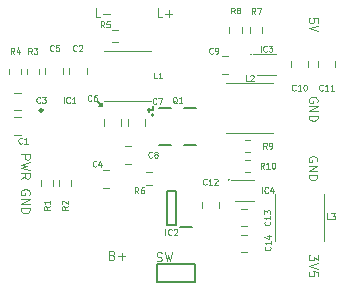
<source format=gbr>
%TF.GenerationSoftware,KiCad,Pcbnew,7.0.5*%
%TF.CreationDate,2023-08-01T01:52:26-05:00*%
%TF.ProjectId,psxpress-pms,70737870-7265-4737-932d-706d732e6b69,rev?*%
%TF.SameCoordinates,Original*%
%TF.FileFunction,Legend,Top*%
%TF.FilePolarity,Positive*%
%FSLAX46Y46*%
G04 Gerber Fmt 4.6, Leading zero omitted, Abs format (unit mm)*
G04 Created by KiCad (PCBNEW 7.0.5) date 2023-08-01 01:52:26*
%MOMM*%
%LPD*%
G01*
G04 APERTURE LIST*
%ADD10C,0.150000*%
%ADD11C,0.125000*%
%ADD12C,0.120000*%
%ADD13C,0.250000*%
%ADD14C,0.127000*%
%ADD15C,0.200000*%
G04 APERTURE END LIST*
D10*
X170825000Y-65825000D02*
X170825000Y-65475000D01*
X170400000Y-65825000D02*
X170825000Y-65825000D01*
X170400000Y-65825000D02*
X170550000Y-65975000D01*
X170400000Y-65825000D02*
X170550000Y-65675000D01*
X166500000Y-65475000D02*
X166500000Y-65225000D01*
X166500000Y-65475000D02*
X166200000Y-65175000D01*
X166500000Y-65475000D02*
X166250000Y-65475000D01*
X171150000Y-78825000D02*
X174425000Y-78825000D01*
X174425000Y-80400000D01*
X171150000Y-80400000D01*
X171150000Y-78825000D01*
X177272154Y-71708748D02*
G75*
G03*
X177272154Y-71708748I-55902J0D01*
G01*
X179147154Y-61082847D02*
G75*
G03*
X179147154Y-61082847I-55902J0D01*
G01*
D11*
X171150093Y-78591000D02*
X171257236Y-78626714D01*
X171257236Y-78626714D02*
X171435807Y-78626714D01*
X171435807Y-78626714D02*
X171507236Y-78591000D01*
X171507236Y-78591000D02*
X171542950Y-78555285D01*
X171542950Y-78555285D02*
X171578664Y-78483857D01*
X171578664Y-78483857D02*
X171578664Y-78412428D01*
X171578664Y-78412428D02*
X171542950Y-78341000D01*
X171542950Y-78341000D02*
X171507236Y-78305285D01*
X171507236Y-78305285D02*
X171435807Y-78269571D01*
X171435807Y-78269571D02*
X171292950Y-78233857D01*
X171292950Y-78233857D02*
X171221521Y-78198142D01*
X171221521Y-78198142D02*
X171185807Y-78162428D01*
X171185807Y-78162428D02*
X171150093Y-78091000D01*
X171150093Y-78091000D02*
X171150093Y-78019571D01*
X171150093Y-78019571D02*
X171185807Y-77948142D01*
X171185807Y-77948142D02*
X171221521Y-77912428D01*
X171221521Y-77912428D02*
X171292950Y-77876714D01*
X171292950Y-77876714D02*
X171471521Y-77876714D01*
X171471521Y-77876714D02*
X171578664Y-77912428D01*
X171828664Y-77876714D02*
X172007236Y-78626714D01*
X172007236Y-78626714D02*
X172150093Y-78091000D01*
X172150093Y-78091000D02*
X172292950Y-78626714D01*
X172292950Y-78626714D02*
X172471522Y-77876714D01*
X171642950Y-57951714D02*
X171285807Y-57951714D01*
X171285807Y-57951714D02*
X171285807Y-57201714D01*
X171892950Y-57666000D02*
X172464379Y-57666000D01*
X172178664Y-57951714D02*
X172178664Y-57380285D01*
X159648285Y-69585807D02*
X160398285Y-69585807D01*
X160398285Y-69585807D02*
X160398285Y-69871521D01*
X160398285Y-69871521D02*
X160362571Y-69942950D01*
X160362571Y-69942950D02*
X160326857Y-69978664D01*
X160326857Y-69978664D02*
X160255428Y-70014378D01*
X160255428Y-70014378D02*
X160148285Y-70014378D01*
X160148285Y-70014378D02*
X160076857Y-69978664D01*
X160076857Y-69978664D02*
X160041142Y-69942950D01*
X160041142Y-69942950D02*
X160005428Y-69871521D01*
X160005428Y-69871521D02*
X160005428Y-69585807D01*
X160398285Y-70264378D02*
X159648285Y-70442950D01*
X159648285Y-70442950D02*
X160184000Y-70585807D01*
X160184000Y-70585807D02*
X159648285Y-70728664D01*
X159648285Y-70728664D02*
X160398285Y-70907236D01*
X159648285Y-71621521D02*
X160005428Y-71371521D01*
X159648285Y-71192950D02*
X160398285Y-71192950D01*
X160398285Y-71192950D02*
X160398285Y-71478664D01*
X160398285Y-71478664D02*
X160362571Y-71550093D01*
X160362571Y-71550093D02*
X160326857Y-71585807D01*
X160326857Y-71585807D02*
X160255428Y-71621521D01*
X160255428Y-71621521D02*
X160148285Y-71621521D01*
X160148285Y-71621521D02*
X160076857Y-71585807D01*
X160076857Y-71585807D02*
X160041142Y-71550093D01*
X160041142Y-71550093D02*
X160005428Y-71478664D01*
X160005428Y-71478664D02*
X160005428Y-71192950D01*
X184789537Y-58417950D02*
X184789537Y-58060807D01*
X184789537Y-58060807D02*
X184432394Y-58025093D01*
X184432394Y-58025093D02*
X184468109Y-58060807D01*
X184468109Y-58060807D02*
X184503823Y-58132236D01*
X184503823Y-58132236D02*
X184503823Y-58310807D01*
X184503823Y-58310807D02*
X184468109Y-58382236D01*
X184468109Y-58382236D02*
X184432394Y-58417950D01*
X184432394Y-58417950D02*
X184360966Y-58453664D01*
X184360966Y-58453664D02*
X184182394Y-58453664D01*
X184182394Y-58453664D02*
X184110966Y-58417950D01*
X184110966Y-58417950D02*
X184075252Y-58382236D01*
X184075252Y-58382236D02*
X184039537Y-58310807D01*
X184039537Y-58310807D02*
X184039537Y-58132236D01*
X184039537Y-58132236D02*
X184075252Y-58060807D01*
X184075252Y-58060807D02*
X184110966Y-58025093D01*
X184789537Y-58667950D02*
X184039537Y-58917950D01*
X184039537Y-58917950D02*
X184789537Y-59167950D01*
X166367950Y-57951714D02*
X166010807Y-57951714D01*
X166010807Y-57951714D02*
X166010807Y-57201714D01*
X166617950Y-57666000D02*
X167189379Y-57666000D01*
X184728823Y-70177412D02*
X184764537Y-70105984D01*
X184764537Y-70105984D02*
X184764537Y-69998841D01*
X184764537Y-69998841D02*
X184728823Y-69891698D01*
X184728823Y-69891698D02*
X184657394Y-69820269D01*
X184657394Y-69820269D02*
X184585966Y-69784555D01*
X184585966Y-69784555D02*
X184443109Y-69748841D01*
X184443109Y-69748841D02*
X184335966Y-69748841D01*
X184335966Y-69748841D02*
X184193109Y-69784555D01*
X184193109Y-69784555D02*
X184121680Y-69820269D01*
X184121680Y-69820269D02*
X184050252Y-69891698D01*
X184050252Y-69891698D02*
X184014537Y-69998841D01*
X184014537Y-69998841D02*
X184014537Y-70070269D01*
X184014537Y-70070269D02*
X184050252Y-70177412D01*
X184050252Y-70177412D02*
X184085966Y-70213126D01*
X184085966Y-70213126D02*
X184335966Y-70213126D01*
X184335966Y-70213126D02*
X184335966Y-70070269D01*
X184014537Y-70534555D02*
X184764537Y-70534555D01*
X184764537Y-70534555D02*
X184014537Y-70963126D01*
X184014537Y-70963126D02*
X184764537Y-70963126D01*
X184014537Y-71320269D02*
X184764537Y-71320269D01*
X184764537Y-71320269D02*
X184764537Y-71498840D01*
X184764537Y-71498840D02*
X184728823Y-71605983D01*
X184728823Y-71605983D02*
X184657394Y-71677412D01*
X184657394Y-71677412D02*
X184585966Y-71713126D01*
X184585966Y-71713126D02*
X184443109Y-71748840D01*
X184443109Y-71748840D02*
X184335966Y-71748840D01*
X184335966Y-71748840D02*
X184193109Y-71713126D01*
X184193109Y-71713126D02*
X184121680Y-71677412D01*
X184121680Y-71677412D02*
X184050252Y-71605983D01*
X184050252Y-71605983D02*
X184014537Y-71498840D01*
X184014537Y-71498840D02*
X184014537Y-71320269D01*
X160387571Y-72978664D02*
X160423285Y-72907236D01*
X160423285Y-72907236D02*
X160423285Y-72800093D01*
X160423285Y-72800093D02*
X160387571Y-72692950D01*
X160387571Y-72692950D02*
X160316142Y-72621521D01*
X160316142Y-72621521D02*
X160244714Y-72585807D01*
X160244714Y-72585807D02*
X160101857Y-72550093D01*
X160101857Y-72550093D02*
X159994714Y-72550093D01*
X159994714Y-72550093D02*
X159851857Y-72585807D01*
X159851857Y-72585807D02*
X159780428Y-72621521D01*
X159780428Y-72621521D02*
X159709000Y-72692950D01*
X159709000Y-72692950D02*
X159673285Y-72800093D01*
X159673285Y-72800093D02*
X159673285Y-72871521D01*
X159673285Y-72871521D02*
X159709000Y-72978664D01*
X159709000Y-72978664D02*
X159744714Y-73014378D01*
X159744714Y-73014378D02*
X159994714Y-73014378D01*
X159994714Y-73014378D02*
X159994714Y-72871521D01*
X159673285Y-73335807D02*
X160423285Y-73335807D01*
X160423285Y-73335807D02*
X159673285Y-73764378D01*
X159673285Y-73764378D02*
X160423285Y-73764378D01*
X159673285Y-74121521D02*
X160423285Y-74121521D01*
X160423285Y-74121521D02*
X160423285Y-74300092D01*
X160423285Y-74300092D02*
X160387571Y-74407235D01*
X160387571Y-74407235D02*
X160316142Y-74478664D01*
X160316142Y-74478664D02*
X160244714Y-74514378D01*
X160244714Y-74514378D02*
X160101857Y-74550092D01*
X160101857Y-74550092D02*
X159994714Y-74550092D01*
X159994714Y-74550092D02*
X159851857Y-74514378D01*
X159851857Y-74514378D02*
X159780428Y-74478664D01*
X159780428Y-74478664D02*
X159709000Y-74407235D01*
X159709000Y-74407235D02*
X159673285Y-74300092D01*
X159673285Y-74300092D02*
X159673285Y-74121521D01*
X184789537Y-78089378D02*
X184789537Y-78553664D01*
X184789537Y-78553664D02*
X184503823Y-78303664D01*
X184503823Y-78303664D02*
X184503823Y-78410807D01*
X184503823Y-78410807D02*
X184468109Y-78482236D01*
X184468109Y-78482236D02*
X184432394Y-78517950D01*
X184432394Y-78517950D02*
X184360966Y-78553664D01*
X184360966Y-78553664D02*
X184182394Y-78553664D01*
X184182394Y-78553664D02*
X184110966Y-78517950D01*
X184110966Y-78517950D02*
X184075252Y-78482236D01*
X184075252Y-78482236D02*
X184039537Y-78410807D01*
X184039537Y-78410807D02*
X184039537Y-78196521D01*
X184039537Y-78196521D02*
X184075252Y-78125093D01*
X184075252Y-78125093D02*
X184110966Y-78089378D01*
X184789537Y-78767950D02*
X184039537Y-79017950D01*
X184039537Y-79017950D02*
X184789537Y-79267950D01*
X184789537Y-79875093D02*
X184789537Y-79517950D01*
X184789537Y-79517950D02*
X184432394Y-79482236D01*
X184432394Y-79482236D02*
X184468109Y-79517950D01*
X184468109Y-79517950D02*
X184503823Y-79589379D01*
X184503823Y-79589379D02*
X184503823Y-79767950D01*
X184503823Y-79767950D02*
X184468109Y-79839379D01*
X184468109Y-79839379D02*
X184432394Y-79875093D01*
X184432394Y-79875093D02*
X184360966Y-79910807D01*
X184360966Y-79910807D02*
X184182394Y-79910807D01*
X184182394Y-79910807D02*
X184110966Y-79875093D01*
X184110966Y-79875093D02*
X184075252Y-79839379D01*
X184075252Y-79839379D02*
X184039537Y-79767950D01*
X184039537Y-79767950D02*
X184039537Y-79589379D01*
X184039537Y-79589379D02*
X184075252Y-79517950D01*
X184075252Y-79517950D02*
X184110966Y-79482236D01*
X184753823Y-65152412D02*
X184789537Y-65080984D01*
X184789537Y-65080984D02*
X184789537Y-64973841D01*
X184789537Y-64973841D02*
X184753823Y-64866698D01*
X184753823Y-64866698D02*
X184682394Y-64795269D01*
X184682394Y-64795269D02*
X184610966Y-64759555D01*
X184610966Y-64759555D02*
X184468109Y-64723841D01*
X184468109Y-64723841D02*
X184360966Y-64723841D01*
X184360966Y-64723841D02*
X184218109Y-64759555D01*
X184218109Y-64759555D02*
X184146680Y-64795269D01*
X184146680Y-64795269D02*
X184075252Y-64866698D01*
X184075252Y-64866698D02*
X184039537Y-64973841D01*
X184039537Y-64973841D02*
X184039537Y-65045269D01*
X184039537Y-65045269D02*
X184075252Y-65152412D01*
X184075252Y-65152412D02*
X184110966Y-65188126D01*
X184110966Y-65188126D02*
X184360966Y-65188126D01*
X184360966Y-65188126D02*
X184360966Y-65045269D01*
X184039537Y-65509555D02*
X184789537Y-65509555D01*
X184789537Y-65509555D02*
X184039537Y-65938126D01*
X184039537Y-65938126D02*
X184789537Y-65938126D01*
X184039537Y-66295269D02*
X184789537Y-66295269D01*
X184789537Y-66295269D02*
X184789537Y-66473840D01*
X184789537Y-66473840D02*
X184753823Y-66580983D01*
X184753823Y-66580983D02*
X184682394Y-66652412D01*
X184682394Y-66652412D02*
X184610966Y-66688126D01*
X184610966Y-66688126D02*
X184468109Y-66723840D01*
X184468109Y-66723840D02*
X184360966Y-66723840D01*
X184360966Y-66723840D02*
X184218109Y-66688126D01*
X184218109Y-66688126D02*
X184146680Y-66652412D01*
X184146680Y-66652412D02*
X184075252Y-66580983D01*
X184075252Y-66580983D02*
X184039537Y-66473840D01*
X184039537Y-66473840D02*
X184039537Y-66295269D01*
X167406598Y-78108857D02*
X167513741Y-78144571D01*
X167513741Y-78144571D02*
X167549455Y-78180285D01*
X167549455Y-78180285D02*
X167585169Y-78251714D01*
X167585169Y-78251714D02*
X167585169Y-78358857D01*
X167585169Y-78358857D02*
X167549455Y-78430285D01*
X167549455Y-78430285D02*
X167513741Y-78466000D01*
X167513741Y-78466000D02*
X167442312Y-78501714D01*
X167442312Y-78501714D02*
X167156598Y-78501714D01*
X167156598Y-78501714D02*
X167156598Y-77751714D01*
X167156598Y-77751714D02*
X167406598Y-77751714D01*
X167406598Y-77751714D02*
X167478027Y-77787428D01*
X167478027Y-77787428D02*
X167513741Y-77823142D01*
X167513741Y-77823142D02*
X167549455Y-77894571D01*
X167549455Y-77894571D02*
X167549455Y-77966000D01*
X167549455Y-77966000D02*
X167513741Y-78037428D01*
X167513741Y-78037428D02*
X167478027Y-78073142D01*
X167478027Y-78073142D02*
X167406598Y-78108857D01*
X167406598Y-78108857D02*
X167156598Y-78108857D01*
X167906598Y-78216000D02*
X168478027Y-78216000D01*
X168192312Y-78501714D02*
X168192312Y-77930285D01*
%TO.C,R2*%
X163624809Y-73983333D02*
X163386714Y-74149999D01*
X163624809Y-74269047D02*
X163124809Y-74269047D01*
X163124809Y-74269047D02*
X163124809Y-74078571D01*
X163124809Y-74078571D02*
X163148619Y-74030952D01*
X163148619Y-74030952D02*
X163172428Y-74007142D01*
X163172428Y-74007142D02*
X163220047Y-73983333D01*
X163220047Y-73983333D02*
X163291476Y-73983333D01*
X163291476Y-73983333D02*
X163339095Y-74007142D01*
X163339095Y-74007142D02*
X163362904Y-74030952D01*
X163362904Y-74030952D02*
X163386714Y-74078571D01*
X163386714Y-74078571D02*
X163386714Y-74269047D01*
X163172428Y-73792856D02*
X163148619Y-73769047D01*
X163148619Y-73769047D02*
X163124809Y-73721428D01*
X163124809Y-73721428D02*
X163124809Y-73602380D01*
X163124809Y-73602380D02*
X163148619Y-73554761D01*
X163148619Y-73554761D02*
X163172428Y-73530952D01*
X163172428Y-73530952D02*
X163220047Y-73507142D01*
X163220047Y-73507142D02*
X163267666Y-73507142D01*
X163267666Y-73507142D02*
X163339095Y-73530952D01*
X163339095Y-73530952D02*
X163624809Y-73816666D01*
X163624809Y-73816666D02*
X163624809Y-73507142D01*
%TO.C,C11*%
X185219823Y-64122842D02*
X185196014Y-64146652D01*
X185196014Y-64146652D02*
X185124585Y-64170461D01*
X185124585Y-64170461D02*
X185076966Y-64170461D01*
X185076966Y-64170461D02*
X185005538Y-64146652D01*
X185005538Y-64146652D02*
X184957919Y-64099032D01*
X184957919Y-64099032D02*
X184934109Y-64051413D01*
X184934109Y-64051413D02*
X184910300Y-63956175D01*
X184910300Y-63956175D02*
X184910300Y-63884747D01*
X184910300Y-63884747D02*
X184934109Y-63789509D01*
X184934109Y-63789509D02*
X184957919Y-63741890D01*
X184957919Y-63741890D02*
X185005538Y-63694271D01*
X185005538Y-63694271D02*
X185076966Y-63670461D01*
X185076966Y-63670461D02*
X185124585Y-63670461D01*
X185124585Y-63670461D02*
X185196014Y-63694271D01*
X185196014Y-63694271D02*
X185219823Y-63718080D01*
X185696014Y-64170461D02*
X185410300Y-64170461D01*
X185553157Y-64170461D02*
X185553157Y-63670461D01*
X185553157Y-63670461D02*
X185505538Y-63741890D01*
X185505538Y-63741890D02*
X185457919Y-63789509D01*
X185457919Y-63789509D02*
X185410300Y-63813318D01*
X186172204Y-64170461D02*
X185886490Y-64170461D01*
X186029347Y-64170461D02*
X186029347Y-63670461D01*
X186029347Y-63670461D02*
X185981728Y-63741890D01*
X185981728Y-63741890D02*
X185934109Y-63789509D01*
X185934109Y-63789509D02*
X185886490Y-63813318D01*
%TO.C,IC1*%
X163283157Y-65224809D02*
X163283157Y-64724809D01*
X163806966Y-65177190D02*
X163783157Y-65201000D01*
X163783157Y-65201000D02*
X163711728Y-65224809D01*
X163711728Y-65224809D02*
X163664109Y-65224809D01*
X163664109Y-65224809D02*
X163592681Y-65201000D01*
X163592681Y-65201000D02*
X163545062Y-65153380D01*
X163545062Y-65153380D02*
X163521252Y-65105761D01*
X163521252Y-65105761D02*
X163497443Y-65010523D01*
X163497443Y-65010523D02*
X163497443Y-64939095D01*
X163497443Y-64939095D02*
X163521252Y-64843857D01*
X163521252Y-64843857D02*
X163545062Y-64796238D01*
X163545062Y-64796238D02*
X163592681Y-64748619D01*
X163592681Y-64748619D02*
X163664109Y-64724809D01*
X163664109Y-64724809D02*
X163711728Y-64724809D01*
X163711728Y-64724809D02*
X163783157Y-64748619D01*
X163783157Y-64748619D02*
X163806966Y-64772428D01*
X164283157Y-65224809D02*
X163997443Y-65224809D01*
X164140300Y-65224809D02*
X164140300Y-64724809D01*
X164140300Y-64724809D02*
X164092681Y-64796238D01*
X164092681Y-64796238D02*
X164045062Y-64843857D01*
X164045062Y-64843857D02*
X163997443Y-64867666D01*
%TO.C,C1*%
X159766666Y-68627190D02*
X159742857Y-68651000D01*
X159742857Y-68651000D02*
X159671428Y-68674809D01*
X159671428Y-68674809D02*
X159623809Y-68674809D01*
X159623809Y-68674809D02*
X159552381Y-68651000D01*
X159552381Y-68651000D02*
X159504762Y-68603380D01*
X159504762Y-68603380D02*
X159480952Y-68555761D01*
X159480952Y-68555761D02*
X159457143Y-68460523D01*
X159457143Y-68460523D02*
X159457143Y-68389095D01*
X159457143Y-68389095D02*
X159480952Y-68293857D01*
X159480952Y-68293857D02*
X159504762Y-68246238D01*
X159504762Y-68246238D02*
X159552381Y-68198619D01*
X159552381Y-68198619D02*
X159623809Y-68174809D01*
X159623809Y-68174809D02*
X159671428Y-68174809D01*
X159671428Y-68174809D02*
X159742857Y-68198619D01*
X159742857Y-68198619D02*
X159766666Y-68222428D01*
X160242857Y-68674809D02*
X159957143Y-68674809D01*
X160100000Y-68674809D02*
X160100000Y-68174809D01*
X160100000Y-68174809D02*
X160052381Y-68246238D01*
X160052381Y-68246238D02*
X160004762Y-68293857D01*
X160004762Y-68293857D02*
X159957143Y-68317666D01*
%TO.C,R4*%
X159116666Y-61049809D02*
X158950000Y-60811714D01*
X158830952Y-61049809D02*
X158830952Y-60549809D01*
X158830952Y-60549809D02*
X159021428Y-60549809D01*
X159021428Y-60549809D02*
X159069047Y-60573619D01*
X159069047Y-60573619D02*
X159092857Y-60597428D01*
X159092857Y-60597428D02*
X159116666Y-60645047D01*
X159116666Y-60645047D02*
X159116666Y-60716476D01*
X159116666Y-60716476D02*
X159092857Y-60764095D01*
X159092857Y-60764095D02*
X159069047Y-60787904D01*
X159069047Y-60787904D02*
X159021428Y-60811714D01*
X159021428Y-60811714D02*
X158830952Y-60811714D01*
X159545238Y-60716476D02*
X159545238Y-61049809D01*
X159426190Y-60526000D02*
X159307143Y-60883142D01*
X159307143Y-60883142D02*
X159616666Y-60883142D01*
%TO.C,Q1*%
X172877380Y-65238680D02*
X172829761Y-65214871D01*
X172829761Y-65214871D02*
X172782142Y-65167252D01*
X172782142Y-65167252D02*
X172710714Y-65095823D01*
X172710714Y-65095823D02*
X172663095Y-65072013D01*
X172663095Y-65072013D02*
X172615476Y-65072013D01*
X172639285Y-65191061D02*
X172591666Y-65167252D01*
X172591666Y-65167252D02*
X172544047Y-65119632D01*
X172544047Y-65119632D02*
X172520238Y-65024394D01*
X172520238Y-65024394D02*
X172520238Y-64857728D01*
X172520238Y-64857728D02*
X172544047Y-64762490D01*
X172544047Y-64762490D02*
X172591666Y-64714871D01*
X172591666Y-64714871D02*
X172639285Y-64691061D01*
X172639285Y-64691061D02*
X172734523Y-64691061D01*
X172734523Y-64691061D02*
X172782142Y-64714871D01*
X172782142Y-64714871D02*
X172829761Y-64762490D01*
X172829761Y-64762490D02*
X172853571Y-64857728D01*
X172853571Y-64857728D02*
X172853571Y-65024394D01*
X172853571Y-65024394D02*
X172829761Y-65119632D01*
X172829761Y-65119632D02*
X172782142Y-65167252D01*
X172782142Y-65167252D02*
X172734523Y-65191061D01*
X172734523Y-65191061D02*
X172639285Y-65191061D01*
X173329762Y-65191061D02*
X173044048Y-65191061D01*
X173186905Y-65191061D02*
X173186905Y-64691061D01*
X173186905Y-64691061D02*
X173139286Y-64762490D01*
X173139286Y-64762490D02*
X173091667Y-64810109D01*
X173091667Y-64810109D02*
X173044048Y-64833918D01*
%TO.C,R3*%
X160591666Y-61074809D02*
X160425000Y-60836714D01*
X160305952Y-61074809D02*
X160305952Y-60574809D01*
X160305952Y-60574809D02*
X160496428Y-60574809D01*
X160496428Y-60574809D02*
X160544047Y-60598619D01*
X160544047Y-60598619D02*
X160567857Y-60622428D01*
X160567857Y-60622428D02*
X160591666Y-60670047D01*
X160591666Y-60670047D02*
X160591666Y-60741476D01*
X160591666Y-60741476D02*
X160567857Y-60789095D01*
X160567857Y-60789095D02*
X160544047Y-60812904D01*
X160544047Y-60812904D02*
X160496428Y-60836714D01*
X160496428Y-60836714D02*
X160305952Y-60836714D01*
X160758333Y-60574809D02*
X161067857Y-60574809D01*
X161067857Y-60574809D02*
X160901190Y-60765285D01*
X160901190Y-60765285D02*
X160972619Y-60765285D01*
X160972619Y-60765285D02*
X161020238Y-60789095D01*
X161020238Y-60789095D02*
X161044047Y-60812904D01*
X161044047Y-60812904D02*
X161067857Y-60860523D01*
X161067857Y-60860523D02*
X161067857Y-60979571D01*
X161067857Y-60979571D02*
X161044047Y-61027190D01*
X161044047Y-61027190D02*
X161020238Y-61051000D01*
X161020238Y-61051000D02*
X160972619Y-61074809D01*
X160972619Y-61074809D02*
X160829762Y-61074809D01*
X160829762Y-61074809D02*
X160782143Y-61051000D01*
X160782143Y-61051000D02*
X160758333Y-61027190D01*
%TO.C,C13*%
X180727190Y-75271428D02*
X180751000Y-75295237D01*
X180751000Y-75295237D02*
X180774809Y-75366666D01*
X180774809Y-75366666D02*
X180774809Y-75414285D01*
X180774809Y-75414285D02*
X180751000Y-75485713D01*
X180751000Y-75485713D02*
X180703380Y-75533332D01*
X180703380Y-75533332D02*
X180655761Y-75557142D01*
X180655761Y-75557142D02*
X180560523Y-75580951D01*
X180560523Y-75580951D02*
X180489095Y-75580951D01*
X180489095Y-75580951D02*
X180393857Y-75557142D01*
X180393857Y-75557142D02*
X180346238Y-75533332D01*
X180346238Y-75533332D02*
X180298619Y-75485713D01*
X180298619Y-75485713D02*
X180274809Y-75414285D01*
X180274809Y-75414285D02*
X180274809Y-75366666D01*
X180274809Y-75366666D02*
X180298619Y-75295237D01*
X180298619Y-75295237D02*
X180322428Y-75271428D01*
X180774809Y-74795237D02*
X180774809Y-75080951D01*
X180774809Y-74938094D02*
X180274809Y-74938094D01*
X180274809Y-74938094D02*
X180346238Y-74985713D01*
X180346238Y-74985713D02*
X180393857Y-75033332D01*
X180393857Y-75033332D02*
X180417666Y-75080951D01*
X180274809Y-74628571D02*
X180274809Y-74319047D01*
X180274809Y-74319047D02*
X180465285Y-74485714D01*
X180465285Y-74485714D02*
X180465285Y-74414285D01*
X180465285Y-74414285D02*
X180489095Y-74366666D01*
X180489095Y-74366666D02*
X180512904Y-74342857D01*
X180512904Y-74342857D02*
X180560523Y-74319047D01*
X180560523Y-74319047D02*
X180679571Y-74319047D01*
X180679571Y-74319047D02*
X180727190Y-74342857D01*
X180727190Y-74342857D02*
X180751000Y-74366666D01*
X180751000Y-74366666D02*
X180774809Y-74414285D01*
X180774809Y-74414285D02*
X180774809Y-74557142D01*
X180774809Y-74557142D02*
X180751000Y-74604761D01*
X180751000Y-74604761D02*
X180727190Y-74628571D01*
%TO.C,R10*%
X180244823Y-70773557D02*
X180078157Y-70535462D01*
X179959109Y-70773557D02*
X179959109Y-70273557D01*
X179959109Y-70273557D02*
X180149585Y-70273557D01*
X180149585Y-70273557D02*
X180197204Y-70297367D01*
X180197204Y-70297367D02*
X180221014Y-70321176D01*
X180221014Y-70321176D02*
X180244823Y-70368795D01*
X180244823Y-70368795D02*
X180244823Y-70440224D01*
X180244823Y-70440224D02*
X180221014Y-70487843D01*
X180221014Y-70487843D02*
X180197204Y-70511652D01*
X180197204Y-70511652D02*
X180149585Y-70535462D01*
X180149585Y-70535462D02*
X179959109Y-70535462D01*
X180721014Y-70773557D02*
X180435300Y-70773557D01*
X180578157Y-70773557D02*
X180578157Y-70273557D01*
X180578157Y-70273557D02*
X180530538Y-70344986D01*
X180530538Y-70344986D02*
X180482919Y-70392605D01*
X180482919Y-70392605D02*
X180435300Y-70416414D01*
X181030537Y-70273557D02*
X181078156Y-70273557D01*
X181078156Y-70273557D02*
X181125775Y-70297367D01*
X181125775Y-70297367D02*
X181149585Y-70321176D01*
X181149585Y-70321176D02*
X181173394Y-70368795D01*
X181173394Y-70368795D02*
X181197204Y-70464033D01*
X181197204Y-70464033D02*
X181197204Y-70583081D01*
X181197204Y-70583081D02*
X181173394Y-70678319D01*
X181173394Y-70678319D02*
X181149585Y-70725938D01*
X181149585Y-70725938D02*
X181125775Y-70749748D01*
X181125775Y-70749748D02*
X181078156Y-70773557D01*
X181078156Y-70773557D02*
X181030537Y-70773557D01*
X181030537Y-70773557D02*
X180982918Y-70749748D01*
X180982918Y-70749748D02*
X180959109Y-70725938D01*
X180959109Y-70725938D02*
X180935299Y-70678319D01*
X180935299Y-70678319D02*
X180911490Y-70583081D01*
X180911490Y-70583081D02*
X180911490Y-70464033D01*
X180911490Y-70464033D02*
X180935299Y-70368795D01*
X180935299Y-70368795D02*
X180959109Y-70321176D01*
X180959109Y-70321176D02*
X180982918Y-70297367D01*
X180982918Y-70297367D02*
X181030537Y-70273557D01*
%TO.C,L1*%
X171191666Y-63149809D02*
X170953571Y-63149809D01*
X170953571Y-63149809D02*
X170953571Y-62649809D01*
X171620238Y-63149809D02*
X171334524Y-63149809D01*
X171477381Y-63149809D02*
X171477381Y-62649809D01*
X171477381Y-62649809D02*
X171429762Y-62721238D01*
X171429762Y-62721238D02*
X171382143Y-62768857D01*
X171382143Y-62768857D02*
X171334524Y-62792666D01*
%TO.C,C4*%
X166041666Y-70577190D02*
X166017857Y-70601000D01*
X166017857Y-70601000D02*
X165946428Y-70624809D01*
X165946428Y-70624809D02*
X165898809Y-70624809D01*
X165898809Y-70624809D02*
X165827381Y-70601000D01*
X165827381Y-70601000D02*
X165779762Y-70553380D01*
X165779762Y-70553380D02*
X165755952Y-70505761D01*
X165755952Y-70505761D02*
X165732143Y-70410523D01*
X165732143Y-70410523D02*
X165732143Y-70339095D01*
X165732143Y-70339095D02*
X165755952Y-70243857D01*
X165755952Y-70243857D02*
X165779762Y-70196238D01*
X165779762Y-70196238D02*
X165827381Y-70148619D01*
X165827381Y-70148619D02*
X165898809Y-70124809D01*
X165898809Y-70124809D02*
X165946428Y-70124809D01*
X165946428Y-70124809D02*
X166017857Y-70148619D01*
X166017857Y-70148619D02*
X166041666Y-70172428D01*
X166470238Y-70291476D02*
X166470238Y-70624809D01*
X166351190Y-70101000D02*
X166232143Y-70458142D01*
X166232143Y-70458142D02*
X166541666Y-70458142D01*
%TO.C,C9*%
X175916666Y-61002190D02*
X175892857Y-61026000D01*
X175892857Y-61026000D02*
X175821428Y-61049809D01*
X175821428Y-61049809D02*
X175773809Y-61049809D01*
X175773809Y-61049809D02*
X175702381Y-61026000D01*
X175702381Y-61026000D02*
X175654762Y-60978380D01*
X175654762Y-60978380D02*
X175630952Y-60930761D01*
X175630952Y-60930761D02*
X175607143Y-60835523D01*
X175607143Y-60835523D02*
X175607143Y-60764095D01*
X175607143Y-60764095D02*
X175630952Y-60668857D01*
X175630952Y-60668857D02*
X175654762Y-60621238D01*
X175654762Y-60621238D02*
X175702381Y-60573619D01*
X175702381Y-60573619D02*
X175773809Y-60549809D01*
X175773809Y-60549809D02*
X175821428Y-60549809D01*
X175821428Y-60549809D02*
X175892857Y-60573619D01*
X175892857Y-60573619D02*
X175916666Y-60597428D01*
X176154762Y-61049809D02*
X176250000Y-61049809D01*
X176250000Y-61049809D02*
X176297619Y-61026000D01*
X176297619Y-61026000D02*
X176321428Y-61002190D01*
X176321428Y-61002190D02*
X176369047Y-60930761D01*
X176369047Y-60930761D02*
X176392857Y-60835523D01*
X176392857Y-60835523D02*
X176392857Y-60645047D01*
X176392857Y-60645047D02*
X176369047Y-60597428D01*
X176369047Y-60597428D02*
X176345238Y-60573619D01*
X176345238Y-60573619D02*
X176297619Y-60549809D01*
X176297619Y-60549809D02*
X176202381Y-60549809D01*
X176202381Y-60549809D02*
X176154762Y-60573619D01*
X176154762Y-60573619D02*
X176130952Y-60597428D01*
X176130952Y-60597428D02*
X176107143Y-60645047D01*
X176107143Y-60645047D02*
X176107143Y-60764095D01*
X176107143Y-60764095D02*
X176130952Y-60811714D01*
X176130952Y-60811714D02*
X176154762Y-60835523D01*
X176154762Y-60835523D02*
X176202381Y-60859333D01*
X176202381Y-60859333D02*
X176297619Y-60859333D01*
X176297619Y-60859333D02*
X176345238Y-60835523D01*
X176345238Y-60835523D02*
X176369047Y-60811714D01*
X176369047Y-60811714D02*
X176392857Y-60764095D01*
%TO.C,R5*%
X166716666Y-58824809D02*
X166550000Y-58586714D01*
X166430952Y-58824809D02*
X166430952Y-58324809D01*
X166430952Y-58324809D02*
X166621428Y-58324809D01*
X166621428Y-58324809D02*
X166669047Y-58348619D01*
X166669047Y-58348619D02*
X166692857Y-58372428D01*
X166692857Y-58372428D02*
X166716666Y-58420047D01*
X166716666Y-58420047D02*
X166716666Y-58491476D01*
X166716666Y-58491476D02*
X166692857Y-58539095D01*
X166692857Y-58539095D02*
X166669047Y-58562904D01*
X166669047Y-58562904D02*
X166621428Y-58586714D01*
X166621428Y-58586714D02*
X166430952Y-58586714D01*
X167169047Y-58324809D02*
X166930952Y-58324809D01*
X166930952Y-58324809D02*
X166907143Y-58562904D01*
X166907143Y-58562904D02*
X166930952Y-58539095D01*
X166930952Y-58539095D02*
X166978571Y-58515285D01*
X166978571Y-58515285D02*
X167097619Y-58515285D01*
X167097619Y-58515285D02*
X167145238Y-58539095D01*
X167145238Y-58539095D02*
X167169047Y-58562904D01*
X167169047Y-58562904D02*
X167192857Y-58610523D01*
X167192857Y-58610523D02*
X167192857Y-58729571D01*
X167192857Y-58729571D02*
X167169047Y-58777190D01*
X167169047Y-58777190D02*
X167145238Y-58801000D01*
X167145238Y-58801000D02*
X167097619Y-58824809D01*
X167097619Y-58824809D02*
X166978571Y-58824809D01*
X166978571Y-58824809D02*
X166930952Y-58801000D01*
X166930952Y-58801000D02*
X166907143Y-58777190D01*
%TO.C,IC2*%
X171903157Y-76399809D02*
X171903157Y-75899809D01*
X172426966Y-76352190D02*
X172403157Y-76376000D01*
X172403157Y-76376000D02*
X172331728Y-76399809D01*
X172331728Y-76399809D02*
X172284109Y-76399809D01*
X172284109Y-76399809D02*
X172212681Y-76376000D01*
X172212681Y-76376000D02*
X172165062Y-76328380D01*
X172165062Y-76328380D02*
X172141252Y-76280761D01*
X172141252Y-76280761D02*
X172117443Y-76185523D01*
X172117443Y-76185523D02*
X172117443Y-76114095D01*
X172117443Y-76114095D02*
X172141252Y-76018857D01*
X172141252Y-76018857D02*
X172165062Y-75971238D01*
X172165062Y-75971238D02*
X172212681Y-75923619D01*
X172212681Y-75923619D02*
X172284109Y-75899809D01*
X172284109Y-75899809D02*
X172331728Y-75899809D01*
X172331728Y-75899809D02*
X172403157Y-75923619D01*
X172403157Y-75923619D02*
X172426966Y-75947428D01*
X172617443Y-75947428D02*
X172641252Y-75923619D01*
X172641252Y-75923619D02*
X172688871Y-75899809D01*
X172688871Y-75899809D02*
X172807919Y-75899809D01*
X172807919Y-75899809D02*
X172855538Y-75923619D01*
X172855538Y-75923619D02*
X172879347Y-75947428D01*
X172879347Y-75947428D02*
X172903157Y-75995047D01*
X172903157Y-75995047D02*
X172903157Y-76042666D01*
X172903157Y-76042666D02*
X172879347Y-76114095D01*
X172879347Y-76114095D02*
X172593633Y-76399809D01*
X172593633Y-76399809D02*
X172903157Y-76399809D01*
%TO.C,R9*%
X180482918Y-69098557D02*
X180316252Y-68860462D01*
X180197204Y-69098557D02*
X180197204Y-68598557D01*
X180197204Y-68598557D02*
X180387680Y-68598557D01*
X180387680Y-68598557D02*
X180435299Y-68622367D01*
X180435299Y-68622367D02*
X180459109Y-68646176D01*
X180459109Y-68646176D02*
X180482918Y-68693795D01*
X180482918Y-68693795D02*
X180482918Y-68765224D01*
X180482918Y-68765224D02*
X180459109Y-68812843D01*
X180459109Y-68812843D02*
X180435299Y-68836652D01*
X180435299Y-68836652D02*
X180387680Y-68860462D01*
X180387680Y-68860462D02*
X180197204Y-68860462D01*
X180721014Y-69098557D02*
X180816252Y-69098557D01*
X180816252Y-69098557D02*
X180863871Y-69074748D01*
X180863871Y-69074748D02*
X180887680Y-69050938D01*
X180887680Y-69050938D02*
X180935299Y-68979509D01*
X180935299Y-68979509D02*
X180959109Y-68884271D01*
X180959109Y-68884271D02*
X180959109Y-68693795D01*
X180959109Y-68693795D02*
X180935299Y-68646176D01*
X180935299Y-68646176D02*
X180911490Y-68622367D01*
X180911490Y-68622367D02*
X180863871Y-68598557D01*
X180863871Y-68598557D02*
X180768633Y-68598557D01*
X180768633Y-68598557D02*
X180721014Y-68622367D01*
X180721014Y-68622367D02*
X180697204Y-68646176D01*
X180697204Y-68646176D02*
X180673395Y-68693795D01*
X180673395Y-68693795D02*
X180673395Y-68812843D01*
X180673395Y-68812843D02*
X180697204Y-68860462D01*
X180697204Y-68860462D02*
X180721014Y-68884271D01*
X180721014Y-68884271D02*
X180768633Y-68908081D01*
X180768633Y-68908081D02*
X180863871Y-68908081D01*
X180863871Y-68908081D02*
X180911490Y-68884271D01*
X180911490Y-68884271D02*
X180935299Y-68860462D01*
X180935299Y-68860462D02*
X180959109Y-68812843D01*
%TO.C,C12*%
X175378571Y-72102190D02*
X175354762Y-72126000D01*
X175354762Y-72126000D02*
X175283333Y-72149809D01*
X175283333Y-72149809D02*
X175235714Y-72149809D01*
X175235714Y-72149809D02*
X175164286Y-72126000D01*
X175164286Y-72126000D02*
X175116667Y-72078380D01*
X175116667Y-72078380D02*
X175092857Y-72030761D01*
X175092857Y-72030761D02*
X175069048Y-71935523D01*
X175069048Y-71935523D02*
X175069048Y-71864095D01*
X175069048Y-71864095D02*
X175092857Y-71768857D01*
X175092857Y-71768857D02*
X175116667Y-71721238D01*
X175116667Y-71721238D02*
X175164286Y-71673619D01*
X175164286Y-71673619D02*
X175235714Y-71649809D01*
X175235714Y-71649809D02*
X175283333Y-71649809D01*
X175283333Y-71649809D02*
X175354762Y-71673619D01*
X175354762Y-71673619D02*
X175378571Y-71697428D01*
X175854762Y-72149809D02*
X175569048Y-72149809D01*
X175711905Y-72149809D02*
X175711905Y-71649809D01*
X175711905Y-71649809D02*
X175664286Y-71721238D01*
X175664286Y-71721238D02*
X175616667Y-71768857D01*
X175616667Y-71768857D02*
X175569048Y-71792666D01*
X176045238Y-71697428D02*
X176069047Y-71673619D01*
X176069047Y-71673619D02*
X176116666Y-71649809D01*
X176116666Y-71649809D02*
X176235714Y-71649809D01*
X176235714Y-71649809D02*
X176283333Y-71673619D01*
X176283333Y-71673619D02*
X176307142Y-71697428D01*
X176307142Y-71697428D02*
X176330952Y-71745047D01*
X176330952Y-71745047D02*
X176330952Y-71792666D01*
X176330952Y-71792666D02*
X176307142Y-71864095D01*
X176307142Y-71864095D02*
X176021428Y-72149809D01*
X176021428Y-72149809D02*
X176330952Y-72149809D01*
%TO.C,L3*%
X185816666Y-75074809D02*
X185578571Y-75074809D01*
X185578571Y-75074809D02*
X185578571Y-74574809D01*
X185935714Y-74574809D02*
X186245238Y-74574809D01*
X186245238Y-74574809D02*
X186078571Y-74765285D01*
X186078571Y-74765285D02*
X186150000Y-74765285D01*
X186150000Y-74765285D02*
X186197619Y-74789095D01*
X186197619Y-74789095D02*
X186221428Y-74812904D01*
X186221428Y-74812904D02*
X186245238Y-74860523D01*
X186245238Y-74860523D02*
X186245238Y-74979571D01*
X186245238Y-74979571D02*
X186221428Y-75027190D01*
X186221428Y-75027190D02*
X186197619Y-75051000D01*
X186197619Y-75051000D02*
X186150000Y-75074809D01*
X186150000Y-75074809D02*
X186007143Y-75074809D01*
X186007143Y-75074809D02*
X185959524Y-75051000D01*
X185959524Y-75051000D02*
X185935714Y-75027190D01*
%TO.C,C7*%
X171141666Y-65252190D02*
X171117857Y-65276000D01*
X171117857Y-65276000D02*
X171046428Y-65299809D01*
X171046428Y-65299809D02*
X170998809Y-65299809D01*
X170998809Y-65299809D02*
X170927381Y-65276000D01*
X170927381Y-65276000D02*
X170879762Y-65228380D01*
X170879762Y-65228380D02*
X170855952Y-65180761D01*
X170855952Y-65180761D02*
X170832143Y-65085523D01*
X170832143Y-65085523D02*
X170832143Y-65014095D01*
X170832143Y-65014095D02*
X170855952Y-64918857D01*
X170855952Y-64918857D02*
X170879762Y-64871238D01*
X170879762Y-64871238D02*
X170927381Y-64823619D01*
X170927381Y-64823619D02*
X170998809Y-64799809D01*
X170998809Y-64799809D02*
X171046428Y-64799809D01*
X171046428Y-64799809D02*
X171117857Y-64823619D01*
X171117857Y-64823619D02*
X171141666Y-64847428D01*
X171308333Y-64799809D02*
X171641666Y-64799809D01*
X171641666Y-64799809D02*
X171427381Y-65299809D01*
%TO.C,C6*%
X165641666Y-65002190D02*
X165617857Y-65026000D01*
X165617857Y-65026000D02*
X165546428Y-65049809D01*
X165546428Y-65049809D02*
X165498809Y-65049809D01*
X165498809Y-65049809D02*
X165427381Y-65026000D01*
X165427381Y-65026000D02*
X165379762Y-64978380D01*
X165379762Y-64978380D02*
X165355952Y-64930761D01*
X165355952Y-64930761D02*
X165332143Y-64835523D01*
X165332143Y-64835523D02*
X165332143Y-64764095D01*
X165332143Y-64764095D02*
X165355952Y-64668857D01*
X165355952Y-64668857D02*
X165379762Y-64621238D01*
X165379762Y-64621238D02*
X165427381Y-64573619D01*
X165427381Y-64573619D02*
X165498809Y-64549809D01*
X165498809Y-64549809D02*
X165546428Y-64549809D01*
X165546428Y-64549809D02*
X165617857Y-64573619D01*
X165617857Y-64573619D02*
X165641666Y-64597428D01*
X166070238Y-64549809D02*
X165975000Y-64549809D01*
X165975000Y-64549809D02*
X165927381Y-64573619D01*
X165927381Y-64573619D02*
X165903571Y-64597428D01*
X165903571Y-64597428D02*
X165855952Y-64668857D01*
X165855952Y-64668857D02*
X165832143Y-64764095D01*
X165832143Y-64764095D02*
X165832143Y-64954571D01*
X165832143Y-64954571D02*
X165855952Y-65002190D01*
X165855952Y-65002190D02*
X165879762Y-65026000D01*
X165879762Y-65026000D02*
X165927381Y-65049809D01*
X165927381Y-65049809D02*
X166022619Y-65049809D01*
X166022619Y-65049809D02*
X166070238Y-65026000D01*
X166070238Y-65026000D02*
X166094047Y-65002190D01*
X166094047Y-65002190D02*
X166117857Y-64954571D01*
X166117857Y-64954571D02*
X166117857Y-64835523D01*
X166117857Y-64835523D02*
X166094047Y-64787904D01*
X166094047Y-64787904D02*
X166070238Y-64764095D01*
X166070238Y-64764095D02*
X166022619Y-64740285D01*
X166022619Y-64740285D02*
X165927381Y-64740285D01*
X165927381Y-64740285D02*
X165879762Y-64764095D01*
X165879762Y-64764095D02*
X165855952Y-64787904D01*
X165855952Y-64787904D02*
X165832143Y-64835523D01*
%TO.C,IC4*%
X180061905Y-72849809D02*
X180061905Y-72349809D01*
X180585714Y-72802190D02*
X180561905Y-72826000D01*
X180561905Y-72826000D02*
X180490476Y-72849809D01*
X180490476Y-72849809D02*
X180442857Y-72849809D01*
X180442857Y-72849809D02*
X180371429Y-72826000D01*
X180371429Y-72826000D02*
X180323810Y-72778380D01*
X180323810Y-72778380D02*
X180300000Y-72730761D01*
X180300000Y-72730761D02*
X180276191Y-72635523D01*
X180276191Y-72635523D02*
X180276191Y-72564095D01*
X180276191Y-72564095D02*
X180300000Y-72468857D01*
X180300000Y-72468857D02*
X180323810Y-72421238D01*
X180323810Y-72421238D02*
X180371429Y-72373619D01*
X180371429Y-72373619D02*
X180442857Y-72349809D01*
X180442857Y-72349809D02*
X180490476Y-72349809D01*
X180490476Y-72349809D02*
X180561905Y-72373619D01*
X180561905Y-72373619D02*
X180585714Y-72397428D01*
X181014286Y-72516476D02*
X181014286Y-72849809D01*
X180895238Y-72326000D02*
X180776191Y-72683142D01*
X180776191Y-72683142D02*
X181085714Y-72683142D01*
%TO.C,IC3*%
X179961905Y-60874809D02*
X179961905Y-60374809D01*
X180485714Y-60827190D02*
X180461905Y-60851000D01*
X180461905Y-60851000D02*
X180390476Y-60874809D01*
X180390476Y-60874809D02*
X180342857Y-60874809D01*
X180342857Y-60874809D02*
X180271429Y-60851000D01*
X180271429Y-60851000D02*
X180223810Y-60803380D01*
X180223810Y-60803380D02*
X180200000Y-60755761D01*
X180200000Y-60755761D02*
X180176191Y-60660523D01*
X180176191Y-60660523D02*
X180176191Y-60589095D01*
X180176191Y-60589095D02*
X180200000Y-60493857D01*
X180200000Y-60493857D02*
X180223810Y-60446238D01*
X180223810Y-60446238D02*
X180271429Y-60398619D01*
X180271429Y-60398619D02*
X180342857Y-60374809D01*
X180342857Y-60374809D02*
X180390476Y-60374809D01*
X180390476Y-60374809D02*
X180461905Y-60398619D01*
X180461905Y-60398619D02*
X180485714Y-60422428D01*
X180652381Y-60374809D02*
X180961905Y-60374809D01*
X180961905Y-60374809D02*
X180795238Y-60565285D01*
X180795238Y-60565285D02*
X180866667Y-60565285D01*
X180866667Y-60565285D02*
X180914286Y-60589095D01*
X180914286Y-60589095D02*
X180938095Y-60612904D01*
X180938095Y-60612904D02*
X180961905Y-60660523D01*
X180961905Y-60660523D02*
X180961905Y-60779571D01*
X180961905Y-60779571D02*
X180938095Y-60827190D01*
X180938095Y-60827190D02*
X180914286Y-60851000D01*
X180914286Y-60851000D02*
X180866667Y-60874809D01*
X180866667Y-60874809D02*
X180723810Y-60874809D01*
X180723810Y-60874809D02*
X180676191Y-60851000D01*
X180676191Y-60851000D02*
X180652381Y-60827190D01*
%TO.C,R1*%
X162099809Y-73983333D02*
X161861714Y-74149999D01*
X162099809Y-74269047D02*
X161599809Y-74269047D01*
X161599809Y-74269047D02*
X161599809Y-74078571D01*
X161599809Y-74078571D02*
X161623619Y-74030952D01*
X161623619Y-74030952D02*
X161647428Y-74007142D01*
X161647428Y-74007142D02*
X161695047Y-73983333D01*
X161695047Y-73983333D02*
X161766476Y-73983333D01*
X161766476Y-73983333D02*
X161814095Y-74007142D01*
X161814095Y-74007142D02*
X161837904Y-74030952D01*
X161837904Y-74030952D02*
X161861714Y-74078571D01*
X161861714Y-74078571D02*
X161861714Y-74269047D01*
X162099809Y-73507142D02*
X162099809Y-73792856D01*
X162099809Y-73649999D02*
X161599809Y-73649999D01*
X161599809Y-73649999D02*
X161671238Y-73697618D01*
X161671238Y-73697618D02*
X161718857Y-73745237D01*
X161718857Y-73745237D02*
X161742666Y-73792856D01*
%TO.C,R8*%
X177766666Y-57649809D02*
X177600000Y-57411714D01*
X177480952Y-57649809D02*
X177480952Y-57149809D01*
X177480952Y-57149809D02*
X177671428Y-57149809D01*
X177671428Y-57149809D02*
X177719047Y-57173619D01*
X177719047Y-57173619D02*
X177742857Y-57197428D01*
X177742857Y-57197428D02*
X177766666Y-57245047D01*
X177766666Y-57245047D02*
X177766666Y-57316476D01*
X177766666Y-57316476D02*
X177742857Y-57364095D01*
X177742857Y-57364095D02*
X177719047Y-57387904D01*
X177719047Y-57387904D02*
X177671428Y-57411714D01*
X177671428Y-57411714D02*
X177480952Y-57411714D01*
X178052381Y-57364095D02*
X178004762Y-57340285D01*
X178004762Y-57340285D02*
X177980952Y-57316476D01*
X177980952Y-57316476D02*
X177957143Y-57268857D01*
X177957143Y-57268857D02*
X177957143Y-57245047D01*
X177957143Y-57245047D02*
X177980952Y-57197428D01*
X177980952Y-57197428D02*
X178004762Y-57173619D01*
X178004762Y-57173619D02*
X178052381Y-57149809D01*
X178052381Y-57149809D02*
X178147619Y-57149809D01*
X178147619Y-57149809D02*
X178195238Y-57173619D01*
X178195238Y-57173619D02*
X178219047Y-57197428D01*
X178219047Y-57197428D02*
X178242857Y-57245047D01*
X178242857Y-57245047D02*
X178242857Y-57268857D01*
X178242857Y-57268857D02*
X178219047Y-57316476D01*
X178219047Y-57316476D02*
X178195238Y-57340285D01*
X178195238Y-57340285D02*
X178147619Y-57364095D01*
X178147619Y-57364095D02*
X178052381Y-57364095D01*
X178052381Y-57364095D02*
X178004762Y-57387904D01*
X178004762Y-57387904D02*
X177980952Y-57411714D01*
X177980952Y-57411714D02*
X177957143Y-57459333D01*
X177957143Y-57459333D02*
X177957143Y-57554571D01*
X177957143Y-57554571D02*
X177980952Y-57602190D01*
X177980952Y-57602190D02*
X178004762Y-57626000D01*
X178004762Y-57626000D02*
X178052381Y-57649809D01*
X178052381Y-57649809D02*
X178147619Y-57649809D01*
X178147619Y-57649809D02*
X178195238Y-57626000D01*
X178195238Y-57626000D02*
X178219047Y-57602190D01*
X178219047Y-57602190D02*
X178242857Y-57554571D01*
X178242857Y-57554571D02*
X178242857Y-57459333D01*
X178242857Y-57459333D02*
X178219047Y-57411714D01*
X178219047Y-57411714D02*
X178195238Y-57387904D01*
X178195238Y-57387904D02*
X178147619Y-57364095D01*
%TO.C,R7*%
X179516666Y-57674809D02*
X179350000Y-57436714D01*
X179230952Y-57674809D02*
X179230952Y-57174809D01*
X179230952Y-57174809D02*
X179421428Y-57174809D01*
X179421428Y-57174809D02*
X179469047Y-57198619D01*
X179469047Y-57198619D02*
X179492857Y-57222428D01*
X179492857Y-57222428D02*
X179516666Y-57270047D01*
X179516666Y-57270047D02*
X179516666Y-57341476D01*
X179516666Y-57341476D02*
X179492857Y-57389095D01*
X179492857Y-57389095D02*
X179469047Y-57412904D01*
X179469047Y-57412904D02*
X179421428Y-57436714D01*
X179421428Y-57436714D02*
X179230952Y-57436714D01*
X179683333Y-57174809D02*
X180016666Y-57174809D01*
X180016666Y-57174809D02*
X179802381Y-57674809D01*
%TO.C,R6*%
X169616666Y-72874809D02*
X169450000Y-72636714D01*
X169330952Y-72874809D02*
X169330952Y-72374809D01*
X169330952Y-72374809D02*
X169521428Y-72374809D01*
X169521428Y-72374809D02*
X169569047Y-72398619D01*
X169569047Y-72398619D02*
X169592857Y-72422428D01*
X169592857Y-72422428D02*
X169616666Y-72470047D01*
X169616666Y-72470047D02*
X169616666Y-72541476D01*
X169616666Y-72541476D02*
X169592857Y-72589095D01*
X169592857Y-72589095D02*
X169569047Y-72612904D01*
X169569047Y-72612904D02*
X169521428Y-72636714D01*
X169521428Y-72636714D02*
X169330952Y-72636714D01*
X170045238Y-72374809D02*
X169950000Y-72374809D01*
X169950000Y-72374809D02*
X169902381Y-72398619D01*
X169902381Y-72398619D02*
X169878571Y-72422428D01*
X169878571Y-72422428D02*
X169830952Y-72493857D01*
X169830952Y-72493857D02*
X169807143Y-72589095D01*
X169807143Y-72589095D02*
X169807143Y-72779571D01*
X169807143Y-72779571D02*
X169830952Y-72827190D01*
X169830952Y-72827190D02*
X169854762Y-72851000D01*
X169854762Y-72851000D02*
X169902381Y-72874809D01*
X169902381Y-72874809D02*
X169997619Y-72874809D01*
X169997619Y-72874809D02*
X170045238Y-72851000D01*
X170045238Y-72851000D02*
X170069047Y-72827190D01*
X170069047Y-72827190D02*
X170092857Y-72779571D01*
X170092857Y-72779571D02*
X170092857Y-72660523D01*
X170092857Y-72660523D02*
X170069047Y-72612904D01*
X170069047Y-72612904D02*
X170045238Y-72589095D01*
X170045238Y-72589095D02*
X169997619Y-72565285D01*
X169997619Y-72565285D02*
X169902381Y-72565285D01*
X169902381Y-72565285D02*
X169854762Y-72589095D01*
X169854762Y-72589095D02*
X169830952Y-72612904D01*
X169830952Y-72612904D02*
X169807143Y-72660523D01*
%TO.C,C3*%
X161291666Y-65177190D02*
X161267857Y-65201000D01*
X161267857Y-65201000D02*
X161196428Y-65224809D01*
X161196428Y-65224809D02*
X161148809Y-65224809D01*
X161148809Y-65224809D02*
X161077381Y-65201000D01*
X161077381Y-65201000D02*
X161029762Y-65153380D01*
X161029762Y-65153380D02*
X161005952Y-65105761D01*
X161005952Y-65105761D02*
X160982143Y-65010523D01*
X160982143Y-65010523D02*
X160982143Y-64939095D01*
X160982143Y-64939095D02*
X161005952Y-64843857D01*
X161005952Y-64843857D02*
X161029762Y-64796238D01*
X161029762Y-64796238D02*
X161077381Y-64748619D01*
X161077381Y-64748619D02*
X161148809Y-64724809D01*
X161148809Y-64724809D02*
X161196428Y-64724809D01*
X161196428Y-64724809D02*
X161267857Y-64748619D01*
X161267857Y-64748619D02*
X161291666Y-64772428D01*
X161458333Y-64724809D02*
X161767857Y-64724809D01*
X161767857Y-64724809D02*
X161601190Y-64915285D01*
X161601190Y-64915285D02*
X161672619Y-64915285D01*
X161672619Y-64915285D02*
X161720238Y-64939095D01*
X161720238Y-64939095D02*
X161744047Y-64962904D01*
X161744047Y-64962904D02*
X161767857Y-65010523D01*
X161767857Y-65010523D02*
X161767857Y-65129571D01*
X161767857Y-65129571D02*
X161744047Y-65177190D01*
X161744047Y-65177190D02*
X161720238Y-65201000D01*
X161720238Y-65201000D02*
X161672619Y-65224809D01*
X161672619Y-65224809D02*
X161529762Y-65224809D01*
X161529762Y-65224809D02*
X161482143Y-65201000D01*
X161482143Y-65201000D02*
X161458333Y-65177190D01*
%TO.C,C10*%
X182919823Y-64122842D02*
X182896014Y-64146652D01*
X182896014Y-64146652D02*
X182824585Y-64170461D01*
X182824585Y-64170461D02*
X182776966Y-64170461D01*
X182776966Y-64170461D02*
X182705538Y-64146652D01*
X182705538Y-64146652D02*
X182657919Y-64099032D01*
X182657919Y-64099032D02*
X182634109Y-64051413D01*
X182634109Y-64051413D02*
X182610300Y-63956175D01*
X182610300Y-63956175D02*
X182610300Y-63884747D01*
X182610300Y-63884747D02*
X182634109Y-63789509D01*
X182634109Y-63789509D02*
X182657919Y-63741890D01*
X182657919Y-63741890D02*
X182705538Y-63694271D01*
X182705538Y-63694271D02*
X182776966Y-63670461D01*
X182776966Y-63670461D02*
X182824585Y-63670461D01*
X182824585Y-63670461D02*
X182896014Y-63694271D01*
X182896014Y-63694271D02*
X182919823Y-63718080D01*
X183396014Y-64170461D02*
X183110300Y-64170461D01*
X183253157Y-64170461D02*
X183253157Y-63670461D01*
X183253157Y-63670461D02*
X183205538Y-63741890D01*
X183205538Y-63741890D02*
X183157919Y-63789509D01*
X183157919Y-63789509D02*
X183110300Y-63813318D01*
X183705537Y-63670461D02*
X183753156Y-63670461D01*
X183753156Y-63670461D02*
X183800775Y-63694271D01*
X183800775Y-63694271D02*
X183824585Y-63718080D01*
X183824585Y-63718080D02*
X183848394Y-63765699D01*
X183848394Y-63765699D02*
X183872204Y-63860937D01*
X183872204Y-63860937D02*
X183872204Y-63979985D01*
X183872204Y-63979985D02*
X183848394Y-64075223D01*
X183848394Y-64075223D02*
X183824585Y-64122842D01*
X183824585Y-64122842D02*
X183800775Y-64146652D01*
X183800775Y-64146652D02*
X183753156Y-64170461D01*
X183753156Y-64170461D02*
X183705537Y-64170461D01*
X183705537Y-64170461D02*
X183657918Y-64146652D01*
X183657918Y-64146652D02*
X183634109Y-64122842D01*
X183634109Y-64122842D02*
X183610299Y-64075223D01*
X183610299Y-64075223D02*
X183586490Y-63979985D01*
X183586490Y-63979985D02*
X183586490Y-63860937D01*
X183586490Y-63860937D02*
X183610299Y-63765699D01*
X183610299Y-63765699D02*
X183634109Y-63718080D01*
X183634109Y-63718080D02*
X183657918Y-63694271D01*
X183657918Y-63694271D02*
X183705537Y-63670461D01*
%TO.C,C14*%
X180752190Y-77396428D02*
X180776000Y-77420237D01*
X180776000Y-77420237D02*
X180799809Y-77491666D01*
X180799809Y-77491666D02*
X180799809Y-77539285D01*
X180799809Y-77539285D02*
X180776000Y-77610713D01*
X180776000Y-77610713D02*
X180728380Y-77658332D01*
X180728380Y-77658332D02*
X180680761Y-77682142D01*
X180680761Y-77682142D02*
X180585523Y-77705951D01*
X180585523Y-77705951D02*
X180514095Y-77705951D01*
X180514095Y-77705951D02*
X180418857Y-77682142D01*
X180418857Y-77682142D02*
X180371238Y-77658332D01*
X180371238Y-77658332D02*
X180323619Y-77610713D01*
X180323619Y-77610713D02*
X180299809Y-77539285D01*
X180299809Y-77539285D02*
X180299809Y-77491666D01*
X180299809Y-77491666D02*
X180323619Y-77420237D01*
X180323619Y-77420237D02*
X180347428Y-77396428D01*
X180799809Y-76920237D02*
X180799809Y-77205951D01*
X180799809Y-77063094D02*
X180299809Y-77063094D01*
X180299809Y-77063094D02*
X180371238Y-77110713D01*
X180371238Y-77110713D02*
X180418857Y-77158332D01*
X180418857Y-77158332D02*
X180442666Y-77205951D01*
X180466476Y-76491666D02*
X180799809Y-76491666D01*
X180276000Y-76610714D02*
X180633142Y-76729761D01*
X180633142Y-76729761D02*
X180633142Y-76420238D01*
%TO.C,C2*%
X164391666Y-60777190D02*
X164367857Y-60801000D01*
X164367857Y-60801000D02*
X164296428Y-60824809D01*
X164296428Y-60824809D02*
X164248809Y-60824809D01*
X164248809Y-60824809D02*
X164177381Y-60801000D01*
X164177381Y-60801000D02*
X164129762Y-60753380D01*
X164129762Y-60753380D02*
X164105952Y-60705761D01*
X164105952Y-60705761D02*
X164082143Y-60610523D01*
X164082143Y-60610523D02*
X164082143Y-60539095D01*
X164082143Y-60539095D02*
X164105952Y-60443857D01*
X164105952Y-60443857D02*
X164129762Y-60396238D01*
X164129762Y-60396238D02*
X164177381Y-60348619D01*
X164177381Y-60348619D02*
X164248809Y-60324809D01*
X164248809Y-60324809D02*
X164296428Y-60324809D01*
X164296428Y-60324809D02*
X164367857Y-60348619D01*
X164367857Y-60348619D02*
X164391666Y-60372428D01*
X164582143Y-60372428D02*
X164605952Y-60348619D01*
X164605952Y-60348619D02*
X164653571Y-60324809D01*
X164653571Y-60324809D02*
X164772619Y-60324809D01*
X164772619Y-60324809D02*
X164820238Y-60348619D01*
X164820238Y-60348619D02*
X164844047Y-60372428D01*
X164844047Y-60372428D02*
X164867857Y-60420047D01*
X164867857Y-60420047D02*
X164867857Y-60467666D01*
X164867857Y-60467666D02*
X164844047Y-60539095D01*
X164844047Y-60539095D02*
X164558333Y-60824809D01*
X164558333Y-60824809D02*
X164867857Y-60824809D01*
%TO.C,L2*%
X178941666Y-63374809D02*
X178703571Y-63374809D01*
X178703571Y-63374809D02*
X178703571Y-62874809D01*
X179084524Y-62922428D02*
X179108333Y-62898619D01*
X179108333Y-62898619D02*
X179155952Y-62874809D01*
X179155952Y-62874809D02*
X179275000Y-62874809D01*
X179275000Y-62874809D02*
X179322619Y-62898619D01*
X179322619Y-62898619D02*
X179346428Y-62922428D01*
X179346428Y-62922428D02*
X179370238Y-62970047D01*
X179370238Y-62970047D02*
X179370238Y-63017666D01*
X179370238Y-63017666D02*
X179346428Y-63089095D01*
X179346428Y-63089095D02*
X179060714Y-63374809D01*
X179060714Y-63374809D02*
X179370238Y-63374809D01*
%TO.C,C5*%
X162441666Y-60777190D02*
X162417857Y-60801000D01*
X162417857Y-60801000D02*
X162346428Y-60824809D01*
X162346428Y-60824809D02*
X162298809Y-60824809D01*
X162298809Y-60824809D02*
X162227381Y-60801000D01*
X162227381Y-60801000D02*
X162179762Y-60753380D01*
X162179762Y-60753380D02*
X162155952Y-60705761D01*
X162155952Y-60705761D02*
X162132143Y-60610523D01*
X162132143Y-60610523D02*
X162132143Y-60539095D01*
X162132143Y-60539095D02*
X162155952Y-60443857D01*
X162155952Y-60443857D02*
X162179762Y-60396238D01*
X162179762Y-60396238D02*
X162227381Y-60348619D01*
X162227381Y-60348619D02*
X162298809Y-60324809D01*
X162298809Y-60324809D02*
X162346428Y-60324809D01*
X162346428Y-60324809D02*
X162417857Y-60348619D01*
X162417857Y-60348619D02*
X162441666Y-60372428D01*
X162894047Y-60324809D02*
X162655952Y-60324809D01*
X162655952Y-60324809D02*
X162632143Y-60562904D01*
X162632143Y-60562904D02*
X162655952Y-60539095D01*
X162655952Y-60539095D02*
X162703571Y-60515285D01*
X162703571Y-60515285D02*
X162822619Y-60515285D01*
X162822619Y-60515285D02*
X162870238Y-60539095D01*
X162870238Y-60539095D02*
X162894047Y-60562904D01*
X162894047Y-60562904D02*
X162917857Y-60610523D01*
X162917857Y-60610523D02*
X162917857Y-60729571D01*
X162917857Y-60729571D02*
X162894047Y-60777190D01*
X162894047Y-60777190D02*
X162870238Y-60801000D01*
X162870238Y-60801000D02*
X162822619Y-60824809D01*
X162822619Y-60824809D02*
X162703571Y-60824809D01*
X162703571Y-60824809D02*
X162655952Y-60801000D01*
X162655952Y-60801000D02*
X162632143Y-60777190D01*
%TO.C,C8*%
X170766666Y-69802190D02*
X170742857Y-69826000D01*
X170742857Y-69826000D02*
X170671428Y-69849809D01*
X170671428Y-69849809D02*
X170623809Y-69849809D01*
X170623809Y-69849809D02*
X170552381Y-69826000D01*
X170552381Y-69826000D02*
X170504762Y-69778380D01*
X170504762Y-69778380D02*
X170480952Y-69730761D01*
X170480952Y-69730761D02*
X170457143Y-69635523D01*
X170457143Y-69635523D02*
X170457143Y-69564095D01*
X170457143Y-69564095D02*
X170480952Y-69468857D01*
X170480952Y-69468857D02*
X170504762Y-69421238D01*
X170504762Y-69421238D02*
X170552381Y-69373619D01*
X170552381Y-69373619D02*
X170623809Y-69349809D01*
X170623809Y-69349809D02*
X170671428Y-69349809D01*
X170671428Y-69349809D02*
X170742857Y-69373619D01*
X170742857Y-69373619D02*
X170766666Y-69397428D01*
X171052381Y-69564095D02*
X171004762Y-69540285D01*
X171004762Y-69540285D02*
X170980952Y-69516476D01*
X170980952Y-69516476D02*
X170957143Y-69468857D01*
X170957143Y-69468857D02*
X170957143Y-69445047D01*
X170957143Y-69445047D02*
X170980952Y-69397428D01*
X170980952Y-69397428D02*
X171004762Y-69373619D01*
X171004762Y-69373619D02*
X171052381Y-69349809D01*
X171052381Y-69349809D02*
X171147619Y-69349809D01*
X171147619Y-69349809D02*
X171195238Y-69373619D01*
X171195238Y-69373619D02*
X171219047Y-69397428D01*
X171219047Y-69397428D02*
X171242857Y-69445047D01*
X171242857Y-69445047D02*
X171242857Y-69468857D01*
X171242857Y-69468857D02*
X171219047Y-69516476D01*
X171219047Y-69516476D02*
X171195238Y-69540285D01*
X171195238Y-69540285D02*
X171147619Y-69564095D01*
X171147619Y-69564095D02*
X171052381Y-69564095D01*
X171052381Y-69564095D02*
X171004762Y-69587904D01*
X171004762Y-69587904D02*
X170980952Y-69611714D01*
X170980952Y-69611714D02*
X170957143Y-69659333D01*
X170957143Y-69659333D02*
X170957143Y-69754571D01*
X170957143Y-69754571D02*
X170980952Y-69802190D01*
X170980952Y-69802190D02*
X171004762Y-69826000D01*
X171004762Y-69826000D02*
X171052381Y-69849809D01*
X171052381Y-69849809D02*
X171147619Y-69849809D01*
X171147619Y-69849809D02*
X171195238Y-69826000D01*
X171195238Y-69826000D02*
X171219047Y-69802190D01*
X171219047Y-69802190D02*
X171242857Y-69754571D01*
X171242857Y-69754571D02*
X171242857Y-69659333D01*
X171242857Y-69659333D02*
X171219047Y-69611714D01*
X171219047Y-69611714D02*
X171195238Y-69587904D01*
X171195238Y-69587904D02*
X171147619Y-69564095D01*
D12*
%TO.C,R2*%
X162873752Y-72261006D02*
X162873752Y-71786490D01*
X163918752Y-72261006D02*
X163918752Y-71786490D01*
%TO.C,C11*%
X186263752Y-61689400D02*
X186263752Y-62211904D01*
X184793752Y-61689400D02*
X184793752Y-62211904D01*
D13*
%TO.C,IC1*%
X161496252Y-65848748D02*
G75*
G03*
X161496252Y-65848748I-125000J0D01*
G01*
D12*
%TO.C,C1*%
X159632504Y-67908748D02*
X159110000Y-67908748D01*
X159632504Y-66438748D02*
X159110000Y-66438748D01*
%TO.C,R4*%
X159693752Y-62336490D02*
X159693752Y-62811006D01*
X158648752Y-62336490D02*
X158648752Y-62811006D01*
D14*
%TO.C,Q1*%
X172356252Y-65675000D02*
X171356252Y-65675000D01*
X172356252Y-68775000D02*
X171356252Y-68775000D01*
X173456252Y-65675000D02*
X174456252Y-65675000D01*
X173456252Y-68775000D02*
X174456252Y-68775000D01*
D15*
X170906252Y-66225000D02*
G75*
G03*
X170906252Y-66225000I-100000J0D01*
G01*
D12*
%TO.C,R3*%
X160173752Y-62811006D02*
X160173752Y-62336490D01*
X161218752Y-62811006D02*
X161218752Y-62336490D01*
%TO.C,C13*%
X178827504Y-75683748D02*
X178305000Y-75683748D01*
X178827504Y-74213748D02*
X178305000Y-74213748D01*
%TO.C,R10*%
X178603994Y-70026248D02*
X179078510Y-70026248D01*
X178603994Y-71071248D02*
X179078510Y-71071248D01*
%TO.C,L1*%
X170671252Y-65023748D02*
X166671252Y-65023748D01*
X170671252Y-60823748D02*
X166671252Y-60823748D01*
%TO.C,C4*%
X166610000Y-70938748D02*
X167132504Y-70938748D01*
X166610000Y-72408748D02*
X167132504Y-72408748D01*
%TO.C,C9*%
X177202504Y-62730652D02*
X176680000Y-62730652D01*
X177202504Y-61260652D02*
X176680000Y-61260652D01*
%TO.C,R5*%
X167387742Y-59052500D02*
X167862258Y-59052500D01*
X167387742Y-60097500D02*
X167862258Y-60097500D01*
D15*
%TO.C,IC2*%
X174166252Y-75700000D02*
X173116252Y-75700000D01*
X172766252Y-75575000D02*
X172016252Y-75575000D01*
X172766252Y-72675000D02*
X172766252Y-75575000D01*
X172016252Y-75575000D02*
X172016252Y-72675000D01*
X172016252Y-72675000D02*
X172766252Y-72675000D01*
D12*
%TO.C,R9*%
X178603994Y-68351248D02*
X179078510Y-68351248D01*
X178603994Y-69396248D02*
X179078510Y-69396248D01*
%TO.C,C12*%
X176451252Y-73584400D02*
X176451252Y-74106904D01*
X174981252Y-73584400D02*
X174981252Y-74106904D01*
%TO.C,L3*%
X185366252Y-72945652D02*
X185366252Y-76945652D01*
X181166252Y-72945652D02*
X181166252Y-76945652D01*
%TO.C,C7*%
X168736252Y-67135000D02*
X168736252Y-66612496D01*
X170206252Y-67135000D02*
X170206252Y-66612496D01*
%TO.C,C6*%
X166696252Y-67135000D02*
X166696252Y-66612496D01*
X168166252Y-67135000D02*
X168166252Y-66612496D01*
%TO.C,IC4*%
X177766252Y-73508152D02*
X179366252Y-73508152D01*
X179366252Y-71708152D02*
X177466252Y-71708152D01*
%TO.C,IC3*%
X179641252Y-62883152D02*
X181241252Y-62883152D01*
X181241252Y-61083152D02*
X179341252Y-61083152D01*
%TO.C,R1*%
X161348752Y-72261006D02*
X161348752Y-71786490D01*
X162393752Y-72261006D02*
X162393752Y-71786490D01*
%TO.C,R8*%
X177318752Y-59307910D02*
X177318752Y-58833394D01*
X178363752Y-59307910D02*
X178363752Y-58833394D01*
%TO.C,R7*%
X180113752Y-58833394D02*
X180113752Y-59307910D01*
X179068752Y-58833394D02*
X179068752Y-59307910D01*
%TO.C,R6*%
X170762258Y-72147500D02*
X170287742Y-72147500D01*
X170762258Y-71102500D02*
X170287742Y-71102500D01*
%TO.C,C3*%
X159632504Y-65833748D02*
X159110000Y-65833748D01*
X159632504Y-64363748D02*
X159110000Y-64363748D01*
%TO.C,C10*%
X183976252Y-61684400D02*
X183976252Y-62206904D01*
X182506252Y-61684400D02*
X182506252Y-62206904D01*
%TO.C,C14*%
X178827504Y-77833748D02*
X178305000Y-77833748D01*
X178827504Y-76363748D02*
X178305000Y-76363748D01*
%TO.C,C2*%
X165231252Y-62287496D02*
X165231252Y-62810000D01*
X163761252Y-62287496D02*
X163761252Y-62810000D01*
%TO.C,L2*%
X177041252Y-63545652D02*
X181041252Y-63545652D01*
X177041252Y-67745652D02*
X181041252Y-67745652D01*
%TO.C,C5*%
X163206252Y-62287496D02*
X163206252Y-62810000D01*
X161736252Y-62287496D02*
X161736252Y-62810000D01*
%TO.C,C8*%
X169007504Y-70358748D02*
X168485000Y-70358748D01*
X169007504Y-68888748D02*
X168485000Y-68888748D01*
%TD*%
M02*

</source>
